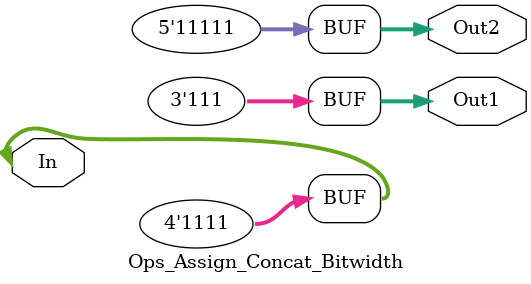
<source format=v>
`timescale 1ns / 1ps


module Ops_Assign_Concat_Bitwidth(
    input [3:0] In,
    output [2:0] Out1,
    output [4:0] Out2
    );
    
    
//    assign Out1 = In;  // here In[2:0] is assigned 
//    assign Out2 = In;   // here all of In[3:0] is aasigned to Out2[3:0] 
    
    assign Out1 = In[3:1]; // here we are specific about the bits to be assigned.
    
    // NOTE 1: if we unccomment the first assignment to Out1, unlike normal programming
    // the value will not be overwritten, instead we have two connection into the port Out1
    // if we simulated it we get 
    // '1' -  when the simulator is sure all connections will always result in a 1 (high voltage - Shows GREEN color)   
    // '0' -  when the simulator is sure all connections will always result in a 0 (low voltage - Shows GREEN color)   
    // 'X' -  when the simulator is NOT sure, because all connections may result in a 1 or 0   (Shows RED color ==> MAY not be a problem, CONFIRM !) 
    // 'Z' -  when the simulator is sure that there is no connection or a set value for this port (Shows BLUE color ==> PROBLEM !)   
    
    // SIDE NOTE:
    // Impedance reduces to resistance in circuits carrying steady direct current. 
    // The magnitude of the impedance Z of a circuit is equal to the maximum value of the potential difference,
    // or voltage, V (volts) across the circuit, divided by the maximum value of the current I (amperes) through the circuit,
    // or simply Z = V/I.
    

    // NOTE 2: ...
    
    // NOTE 3: it is helpful to read In[3:0] as "bits 3 to bit zero of In"
    // so In ==> {In[3], In[3], In[2], In[1], In[0]}
    assign Out1 = {In[3], In[3], In[2], In[1], In[0]}; // {} is for concertenating bits
    
    // NOTE 4: Since Out2[4] from above is left unassigned, it will always be given a value of 0.
    // But what if we want it to always have the value '1', this means we want to connect it to Vcc
    // We may be tempted to do this :
    assign Out2 = {1, In}; // Concertenate the literal 1 to the start of 'In'
    
    // BUT just that '1' is a 32-bit integer value! (but it works, since we pick the last bit!)
    // This is the correct way to achieve our goal:
    assign Out2 = {1'b1, In}; 
    
    // NOTE 4 contd: "1'b1" means researve 1 bit; store in a (b) binary of the value 1
    // the form is:
    // "NumOfBits"'"Base""Value"
    // Bases : b/B - binary; d/D - decimal; o/O - octal; h/H - hexadecimal
    // "2'd3" means researve 2 bits; store in a (d) decimal of the value 3 
    
    // WatchOut: If the value has nore bits than you reserve, only the lower bits are assigned!
    // so "2'd5" ==> "01" instead of "101"
    
    // NOTE 5: We concatenate outputs and verilog will see it has a single unit
    // 
    assign {Out1, Out2}  = {In, In}; // Out1 ==> In[3:1]; Out2 ==> {In[0], In}
    
//    wire wireArray[2:0]; // this is an array NOT a Bus which we have previously used

endmodule

</source>
